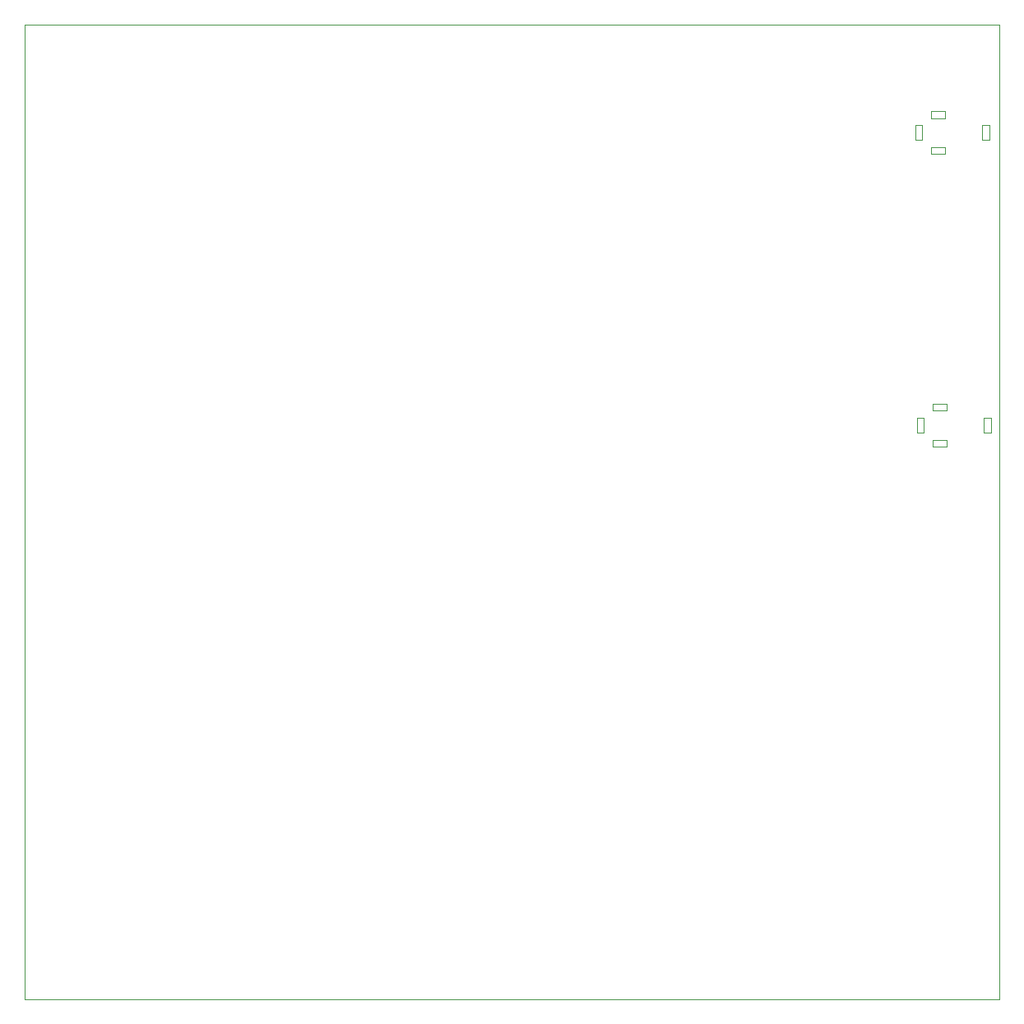
<source format=gbr>
G04 #@! TF.GenerationSoftware,KiCad,Pcbnew,(5.1.4)-1*
G04 #@! TF.CreationDate,2020-12-23T09:12:06-05:00*
G04 #@! TF.ProjectId,CameraTriggerR3SMD,43616d65-7261-4547-9269-676765725233,rev?*
G04 #@! TF.SameCoordinates,Original*
G04 #@! TF.FileFunction,Profile,NP*
%FSLAX46Y46*%
G04 Gerber Fmt 4.6, Leading zero omitted, Abs format (unit mm)*
G04 Created by KiCad (PCBNEW (5.1.4)-1) date 2020-12-23 09:12:06*
%MOMM*%
%LPD*%
G04 APERTURE LIST*
%ADD10C,0.100000*%
%ADD11C,0.001000*%
G04 APERTURE END LIST*
D10*
X100330000Y0D02*
X100330000Y-100330000D01*
X0Y-100330000D02*
X100330000Y-100330000D01*
X0Y0D02*
X0Y-100330000D01*
X0Y0D02*
X100330000Y0D01*
D11*
X93262680Y-9635360D02*
X93262680Y-8935360D01*
X94762680Y-9635360D02*
X93262680Y-9635360D01*
X94762680Y-8935360D02*
X94762680Y-9635360D01*
X93262680Y-8935360D02*
X94762680Y-8935360D01*
X93262680Y-13335360D02*
X93262680Y-12635360D01*
X94762680Y-13335360D02*
X93262680Y-13335360D01*
X94762680Y-12635360D02*
X94762680Y-13335360D01*
X93262680Y-12635360D02*
X94762680Y-12635360D01*
X91662680Y-10385360D02*
X92362680Y-10385360D01*
X91662680Y-11885360D02*
X91662680Y-10385360D01*
X92362680Y-11885360D02*
X91662680Y-11885360D01*
X92362680Y-10385360D02*
X92362680Y-11885360D01*
X98562680Y-10385360D02*
X99262680Y-10385360D01*
X98562680Y-11885360D02*
X98562680Y-10385360D01*
X99262680Y-11885360D02*
X98562680Y-11885360D01*
X99262680Y-10385360D02*
X99262680Y-11885360D01*
X93420160Y-39739440D02*
X93420160Y-39039440D01*
X94920160Y-39739440D02*
X93420160Y-39739440D01*
X94920160Y-39039440D02*
X94920160Y-39739440D01*
X93420160Y-39039440D02*
X94920160Y-39039440D01*
X93420160Y-43439440D02*
X93420160Y-42739440D01*
X94920160Y-43439440D02*
X93420160Y-43439440D01*
X94920160Y-42739440D02*
X94920160Y-43439440D01*
X93420160Y-42739440D02*
X94920160Y-42739440D01*
X91820160Y-40489440D02*
X92520160Y-40489440D01*
X91820160Y-41989440D02*
X91820160Y-40489440D01*
X92520160Y-41989440D02*
X91820160Y-41989440D01*
X92520160Y-40489440D02*
X92520160Y-41989440D01*
X98720160Y-40489440D02*
X99420160Y-40489440D01*
X98720160Y-41989440D02*
X98720160Y-40489440D01*
X99420160Y-41989440D02*
X98720160Y-41989440D01*
X99420160Y-40489440D02*
X99420160Y-41989440D01*
M02*

</source>
